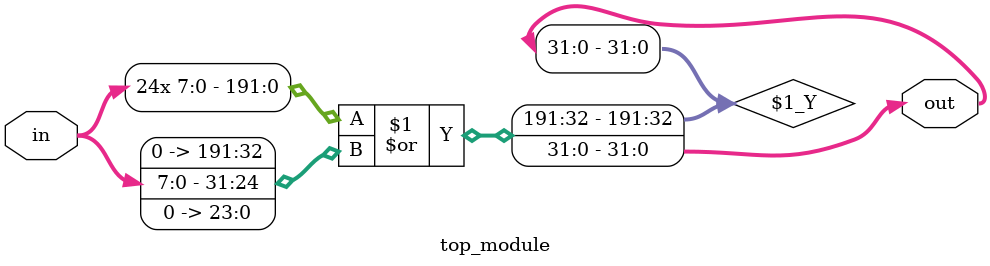
<source format=sv>
module top_module (
    input [7:0] in,
    output [31:0] out
);

assign out = {24{in[7:0]}} | {in[7:0], 24'b0};

endmodule

</source>
